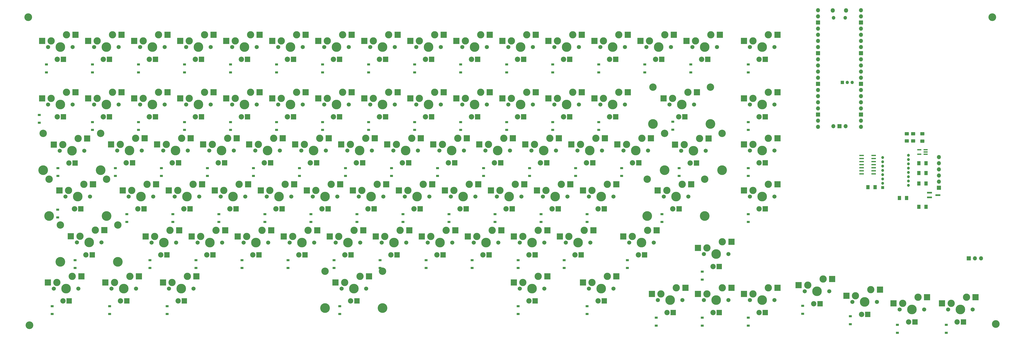
<source format=gbr>
%TF.GenerationSoftware,KiCad,Pcbnew,(6.0.10)*%
%TF.CreationDate,2023-01-18T21:24:45-08:00*%
%TF.ProjectId,OOTstag rev2,4f4f5473-7461-4672-9072-6576322e6b69,rev?*%
%TF.SameCoordinates,Original*%
%TF.FileFunction,Soldermask,Bot*%
%TF.FilePolarity,Negative*%
%FSLAX46Y46*%
G04 Gerber Fmt 4.6, Leading zero omitted, Abs format (unit mm)*
G04 Created by KiCad (PCBNEW (6.0.10)) date 2023-01-18 21:24:45*
%MOMM*%
%LPD*%
G01*
G04 APERTURE LIST*
G04 Aperture macros list*
%AMRoundRect*
0 Rectangle with rounded corners*
0 $1 Rounding radius*
0 $2 $3 $4 $5 $6 $7 $8 $9 X,Y pos of 4 corners*
0 Add a 4 corners polygon primitive as box body*
4,1,4,$2,$3,$4,$5,$6,$7,$8,$9,$2,$3,0*
0 Add four circle primitives for the rounded corners*
1,1,$1+$1,$2,$3*
1,1,$1+$1,$4,$5*
1,1,$1+$1,$6,$7*
1,1,$1+$1,$8,$9*
0 Add four rect primitives between the rounded corners*
20,1,$1+$1,$2,$3,$4,$5,0*
20,1,$1+$1,$4,$5,$6,$7,0*
20,1,$1+$1,$6,$7,$8,$9,0*
20,1,$1+$1,$8,$9,$2,$3,0*%
G04 Aperture macros list end*
%ADD10C,1.701800*%
%ADD11C,3.000000*%
%ADD12C,3.987800*%
%ADD13R,2.550000X2.500000*%
%ADD14C,2.200000*%
%ADD15R,2.200000X2.200000*%
%ADD16R,1.200000X0.900000*%
%ADD17RoundRect,0.250001X-0.462499X-0.624999X0.462499X-0.624999X0.462499X0.624999X-0.462499X0.624999X0*%
%ADD18RoundRect,0.250001X-0.624999X0.462499X-0.624999X-0.462499X0.624999X-0.462499X0.624999X0.462499X0*%
%ADD19R,1.970000X0.600000*%
%ADD20RoundRect,0.250001X0.462499X0.624999X-0.462499X0.624999X-0.462499X-0.624999X0.462499X-0.624999X0*%
%ADD21R,1.800000X0.600000*%
%ADD22R,2.000000X0.650000*%
%ADD23RoundRect,0.250001X0.624999X-0.462499X0.624999X0.462499X-0.624999X0.462499X-0.624999X-0.462499X0*%
%ADD24R,1.200000X1.200000*%
%ADD25C,1.200000*%
%ADD26C,3.050000*%
%ADD27C,4.000000*%
%ADD28R,1.350000X1.350000*%
%ADD29O,1.350000X1.350000*%
%ADD30O,1.700000X1.700000*%
%ADD31R,1.700000X1.700000*%
%ADD32O,1.500000X1.500000*%
%ADD33O,1.800000X1.800000*%
%ADD34C,3.200000*%
G04 APERTURE END LIST*
D10*
%TO.C,K67*%
X237582500Y-238422500D03*
D11*
X238852500Y-235882500D03*
X245202500Y-233342500D03*
D10*
X247742500Y-238422500D03*
D12*
X242662500Y-238422500D03*
D13*
X248952500Y-233342500D03*
X235102500Y-235882500D03*
D14*
X241367100Y-243527900D03*
D15*
X243932500Y-243527900D03*
%TD*%
D11*
%TO.C,K19*%
X145190000Y-176192500D03*
X138840000Y-178732500D03*
D10*
X137570000Y-181272500D03*
X147730000Y-181272500D03*
D12*
X142650000Y-181272500D03*
D13*
X148940000Y-176192500D03*
X135090000Y-178732500D03*
D14*
X141354600Y-186377900D03*
D15*
X143920000Y-186377900D03*
%TD*%
D16*
%TO.C,D24*%
X232100000Y-191812500D03*
X232100000Y-188512500D03*
%TD*%
%TO.C,D57*%
X303537500Y-229912500D03*
X303537500Y-226612500D03*
%TD*%
%TO.C,D4*%
X155900000Y-168000000D03*
X155900000Y-164700000D03*
%TD*%
%TO.C,D76*%
X201143750Y-268012500D03*
X201143750Y-264712500D03*
%TD*%
%TO.C,D45*%
X370212500Y-210862500D03*
X370212500Y-207562500D03*
%TD*%
%TO.C,D86*%
X392697500Y-267906250D03*
X392697500Y-264606250D03*
%TD*%
%TO.C,D18*%
X117800000Y-191812500D03*
X117800000Y-188512500D03*
%TD*%
%TO.C,D60*%
X91606250Y-248962500D03*
X91606250Y-245662500D03*
%TD*%
%TO.C,D74*%
X105893750Y-268012500D03*
X105893750Y-264712500D03*
%TD*%
%TO.C,D65*%
X198762500Y-248962500D03*
X198762500Y-245662500D03*
%TD*%
%TO.C,D39*%
X241625000Y-210862500D03*
X241625000Y-207562500D03*
%TD*%
%TO.C,D86*%
X412442900Y-272244600D03*
X412442900Y-268944600D03*
%TD*%
%TO.C,D48*%
X132087500Y-229912500D03*
X132087500Y-226612500D03*
%TD*%
%TO.C,D64*%
X179712500Y-248962500D03*
X179712500Y-245662500D03*
%TD*%
%TO.C,D9*%
X251150000Y-168000000D03*
X251150000Y-164700000D03*
%TD*%
%TO.C,D86*%
X452200000Y-275750000D03*
X452200000Y-272450000D03*
%TD*%
%TO.C,D80*%
X351162500Y-272775000D03*
X351162500Y-269475000D03*
%TD*%
%TO.C,D43*%
X317825000Y-210862500D03*
X317825000Y-207562500D03*
%TD*%
%TO.C,D68*%
X255912500Y-248962500D03*
X255912500Y-245662500D03*
%TD*%
%TO.C,D37*%
X203525000Y-210862500D03*
X203525000Y-207562500D03*
%TD*%
%TO.C,D32*%
X108275000Y-210862500D03*
X108275000Y-207562500D03*
%TD*%
%TO.C,D41*%
X279725000Y-210862500D03*
X279725000Y-207562500D03*
%TD*%
%TO.C,D28*%
X308300000Y-191812500D03*
X308300000Y-188512500D03*
%TD*%
%TO.C,D62*%
X141612500Y-248962500D03*
X141612500Y-245662500D03*
%TD*%
D17*
%TO.C,R1*%
X440856500Y-209596000D03*
X443831500Y-209596000D03*
%TD*%
D18*
%TO.C,R3*%
X438484000Y-193364500D03*
X438484000Y-196339500D03*
%TD*%
D19*
%TO.C,U4*%
X422109000Y-202342000D03*
X422109000Y-203612000D03*
X422109000Y-204882000D03*
X422109000Y-206152000D03*
X422109000Y-207422000D03*
X422109000Y-208692000D03*
X422109000Y-209962000D03*
X417159000Y-209962000D03*
X417159000Y-208692000D03*
X417159000Y-207422000D03*
X417159000Y-206152000D03*
X417159000Y-204882000D03*
X417159000Y-203612000D03*
X417159000Y-202342000D03*
%TD*%
D16*
%TO.C,D7*%
X213050000Y-168000000D03*
X213050000Y-164700000D03*
%TD*%
%TO.C,D29*%
X339000000Y-191650000D03*
X339000000Y-188350000D03*
%TD*%
D20*
%TO.C,C1*%
X443831500Y-223566000D03*
X440856500Y-223566000D03*
%TD*%
D16*
%TO.C,D23*%
X213050000Y-191812500D03*
X213050000Y-188512500D03*
%TD*%
%TO.C,D61*%
X122562500Y-248962500D03*
X122562500Y-245662500D03*
%TD*%
%TO.C,D25*%
X251150000Y-191812500D03*
X251150000Y-188512500D03*
%TD*%
D21*
%TO.C,IC1*%
X443584000Y-199952000D03*
X443584000Y-200902000D03*
X443584000Y-201852000D03*
X440984000Y-201852000D03*
X440984000Y-199952000D03*
%TD*%
D20*
%TO.C,C4*%
X443831500Y-205532000D03*
X440856500Y-205532000D03*
%TD*%
D16*
%TO.C,D40*%
X260675000Y-210862500D03*
X260675000Y-207562500D03*
%TD*%
%TO.C,D70*%
X294012500Y-248962500D03*
X294012500Y-245662500D03*
%TD*%
%TO.C,D58*%
X334493750Y-229912500D03*
X334493750Y-226612500D03*
%TD*%
%TO.C,D47*%
X113037500Y-229912500D03*
X113037500Y-226612500D03*
%TD*%
%TO.C,D69*%
X274962500Y-248962500D03*
X274962500Y-245662500D03*
%TD*%
%TO.C,D38*%
X222575000Y-210862500D03*
X222575000Y-207562500D03*
%TD*%
%TO.C,D46*%
X84400000Y-228050000D03*
X84400000Y-224750000D03*
%TD*%
%TO.C,D73*%
X82081250Y-268012500D03*
X82081250Y-264712500D03*
%TD*%
%TO.C,D59*%
X370212500Y-229912500D03*
X370212500Y-226612500D03*
%TD*%
%TO.C,D35*%
X165425000Y-210862500D03*
X165425000Y-207562500D03*
%TD*%
D22*
%TO.C,U1*%
X445274000Y-219702000D03*
X445274000Y-217802000D03*
X448694000Y-218752000D03*
%TD*%
D16*
%TO.C,D6*%
X194000000Y-168000000D03*
X194000000Y-164700000D03*
%TD*%
%TO.C,D8*%
X232100000Y-168000000D03*
X232100000Y-164700000D03*
%TD*%
%TO.C,D66*%
X217812500Y-248962500D03*
X217812500Y-245662500D03*
%TD*%
%TO.C,D63*%
X160662500Y-248962500D03*
X160662500Y-245662500D03*
%TD*%
%TO.C,D78*%
X303537500Y-268012500D03*
X303537500Y-264712500D03*
%TD*%
%TO.C,D3*%
X136850000Y-168000000D03*
X136850000Y-164700000D03*
%TD*%
%TO.C,D13*%
X327350000Y-168000000D03*
X327350000Y-164700000D03*
%TD*%
%TO.C,D12*%
X308300000Y-168000000D03*
X308300000Y-164700000D03*
%TD*%
%TO.C,D55*%
X265437500Y-229912500D03*
X265437500Y-226612500D03*
%TD*%
D20*
%TO.C,C2*%
X443831500Y-213914000D03*
X440856500Y-213914000D03*
%TD*%
D16*
%TO.C,D79*%
X332112500Y-272775000D03*
X332112500Y-269475000D03*
%TD*%
%TO.C,D50*%
X170187500Y-229912500D03*
X170187500Y-226612500D03*
%TD*%
%TO.C,D53*%
X227337500Y-229912500D03*
X227337500Y-226612500D03*
%TD*%
%TO.C,D51*%
X189237500Y-229912500D03*
X189237500Y-226612500D03*
%TD*%
%TO.C,D36*%
X184475000Y-210862500D03*
X184475000Y-207562500D03*
%TD*%
%TO.C,D54*%
X246387500Y-229912500D03*
X246387500Y-226612500D03*
%TD*%
%TO.C,D86*%
X431935400Y-275750000D03*
X431935400Y-272450000D03*
%TD*%
D17*
%TO.C,R4*%
X432746500Y-219952000D03*
X435721500Y-219952000D03*
%TD*%
D16*
%TO.C,D71*%
X320206250Y-248962500D03*
X320206250Y-245662500D03*
%TD*%
%TO.C,D77*%
X274962500Y-268012500D03*
X274962500Y-264712500D03*
%TD*%
%TO.C,D5*%
X174950000Y-168000000D03*
X174950000Y-164700000D03*
%TD*%
%TO.C,D14*%
X346400000Y-168000000D03*
X346400000Y-164700000D03*
%TD*%
%TO.C,D15*%
X370212500Y-168000000D03*
X370212500Y-164700000D03*
%TD*%
%TO.C,D42*%
X298775000Y-210862500D03*
X298775000Y-207562500D03*
%TD*%
%TO.C,D30*%
X370212500Y-191812500D03*
X370212500Y-188512500D03*
%TD*%
D23*
%TO.C,R2*%
X435834000Y-196339500D03*
X435834000Y-193364500D03*
%TD*%
D16*
%TO.C,D75*%
X129706250Y-268012500D03*
X129706250Y-264712500D03*
%TD*%
%TO.C,D31*%
X84462500Y-210862500D03*
X84462500Y-207562500D03*
%TD*%
%TO.C,D44*%
X341637500Y-210862500D03*
X341637500Y-207562500D03*
%TD*%
%TO.C,D52*%
X208287500Y-229912500D03*
X208287500Y-226612500D03*
%TD*%
%TO.C,D10*%
X270200000Y-168000000D03*
X270200000Y-164700000D03*
%TD*%
%TO.C,D34*%
X146375000Y-210862500D03*
X146375000Y-207562500D03*
%TD*%
%TO.C,D22*%
X194000000Y-191812500D03*
X194000000Y-188512500D03*
%TD*%
%TO.C,D56*%
X284487500Y-229912500D03*
X284487500Y-226612500D03*
%TD*%
%TO.C,D81*%
X370212500Y-272775000D03*
X370212500Y-269475000D03*
%TD*%
%TO.C,D26*%
X270200000Y-191812500D03*
X270200000Y-188512500D03*
%TD*%
%TO.C,D21*%
X174950000Y-191812500D03*
X174950000Y-188512500D03*
%TD*%
%TO.C,D20*%
X155900000Y-191812500D03*
X155900000Y-188512500D03*
%TD*%
%TO.C,D17*%
X98750000Y-191812500D03*
X98750000Y-188512500D03*
%TD*%
D24*
%TO.C,U2*%
X425845000Y-215620000D03*
D25*
X425845000Y-213840000D03*
X425845000Y-212060000D03*
X425845000Y-210280000D03*
X425845000Y-208500000D03*
X425845000Y-206720000D03*
X425845000Y-204940000D03*
X425845000Y-203160000D03*
X436545000Y-202270000D03*
X436545000Y-204050000D03*
X436545000Y-205830000D03*
X436545000Y-207610000D03*
X436545000Y-209390000D03*
X436545000Y-211170000D03*
X436545000Y-212950000D03*
X436545000Y-214730000D03*
%TD*%
D16*
%TO.C,D27*%
X289250000Y-191812500D03*
X289250000Y-188512500D03*
%TD*%
%TO.C,D16*%
X76800000Y-188850000D03*
X76800000Y-185550000D03*
%TD*%
D10*
%TO.C,K21*%
X185830000Y-181272500D03*
X175670000Y-181272500D03*
D12*
X180750000Y-181272500D03*
D11*
X176940000Y-178732500D03*
X183290000Y-176192500D03*
D13*
X187040000Y-176192500D03*
X173190000Y-178732500D03*
D14*
X179454600Y-186377900D03*
D15*
X182020000Y-186377900D03*
%TD*%
D11*
%TO.C,K36*%
X192815000Y-195242500D03*
D12*
X190275000Y-200322500D03*
D11*
X186465000Y-197782500D03*
D10*
X195355000Y-200322500D03*
X185195000Y-200322500D03*
D13*
X196565000Y-195242500D03*
X182715000Y-197782500D03*
D14*
X188979600Y-205427900D03*
D15*
X191545000Y-205427900D03*
%TD*%
D11*
%TO.C,K59*%
X372202500Y-216832500D03*
D10*
X370932500Y-219372500D03*
X381092500Y-219372500D03*
D12*
X376012500Y-219372500D03*
D11*
X378552500Y-214292500D03*
D13*
X382302500Y-214292500D03*
X368452500Y-216832500D03*
D14*
X374717100Y-224477900D03*
D15*
X377282500Y-224477900D03*
%TD*%
D16*
%TO.C,D67*%
X236862500Y-248962500D03*
X236862500Y-245662500D03*
%TD*%
%TO.C,D33*%
X127325000Y-210862500D03*
X127325000Y-207562500D03*
%TD*%
%TO.C,D2*%
X117800000Y-168000000D03*
X117800000Y-164700000D03*
%TD*%
%TO.C,D19*%
X136850000Y-191812500D03*
X136850000Y-188512500D03*
%TD*%
%TO.C,D49*%
X151137500Y-229912500D03*
X151137500Y-226612500D03*
%TD*%
%TO.C,D1*%
X98750000Y-168000000D03*
X98750000Y-164700000D03*
%TD*%
D10*
%TO.C,K30*%
X381092500Y-181272500D03*
D11*
X378552500Y-176192500D03*
D12*
X376012500Y-181272500D03*
D11*
X372202500Y-178732500D03*
D10*
X370932500Y-181272500D03*
D13*
X382302500Y-176192500D03*
X368452500Y-178732500D03*
D14*
X374717100Y-186377900D03*
D15*
X377282500Y-186377900D03*
%TD*%
D16*
%TO.C,D72*%
X351162500Y-253725000D03*
X351162500Y-250425000D03*
%TD*%
D20*
%TO.C,C3*%
X422749500Y-215438000D03*
X419774500Y-215438000D03*
%TD*%
D16*
%TO.C,D11*%
X289250000Y-168000000D03*
X289250000Y-164700000D03*
%TD*%
%TO.C,D0*%
X79700000Y-168000000D03*
X79700000Y-164700000D03*
%TD*%
D12*
%TO.C,K28*%
X314100000Y-181272500D03*
D11*
X310290000Y-178732500D03*
D10*
X319180000Y-181272500D03*
X309020000Y-181272500D03*
D11*
X316640000Y-176192500D03*
D13*
X320390000Y-176192500D03*
X306540000Y-178732500D03*
D14*
X312804600Y-186377900D03*
D15*
X315370000Y-186377900D03*
%TD*%
D23*
%TO.C,C5*%
X442284000Y-196389500D03*
X442284000Y-193414500D03*
%TD*%
D10*
%TO.C,K54*%
X257267500Y-219372500D03*
D11*
X254727500Y-214292500D03*
D10*
X247107500Y-219372500D03*
D11*
X248377500Y-216832500D03*
D12*
X252187500Y-219372500D03*
D13*
X258477500Y-214292500D03*
X244627500Y-216832500D03*
D14*
X250892100Y-224477900D03*
D15*
X253457500Y-224477900D03*
%TD*%
D11*
%TO.C,K71*%
X328546250Y-233342500D03*
X322196250Y-235882500D03*
D12*
X326006250Y-238422500D03*
D10*
X331086250Y-238422500D03*
X320926250Y-238422500D03*
D13*
X332296250Y-233342500D03*
X318446250Y-235882500D03*
D14*
X324710850Y-243527900D03*
D15*
X327276250Y-243527900D03*
%TD*%
D12*
%TO.C,K78*%
X309337500Y-257472500D03*
D10*
X314417500Y-257472500D03*
D11*
X305527500Y-254932500D03*
X311877500Y-252392500D03*
D10*
X304257500Y-257472500D03*
D13*
X315627500Y-252392500D03*
X301777500Y-254932500D03*
D14*
X308042100Y-262577900D03*
D15*
X310607500Y-262577900D03*
%TD*%
D10*
%TO.C,K74*%
X116773750Y-257472500D03*
D11*
X114233750Y-252392500D03*
X107883750Y-254932500D03*
D12*
X111693750Y-257472500D03*
D10*
X106613750Y-257472500D03*
D13*
X117983750Y-252392500D03*
X104133750Y-254932500D03*
D14*
X110398350Y-262577900D03*
D15*
X112963750Y-262577900D03*
%TD*%
D11*
%TO.C,K53*%
X235677500Y-214292500D03*
X229327500Y-216832500D03*
D10*
X238217500Y-219372500D03*
X228057500Y-219372500D03*
D12*
X233137500Y-219372500D03*
D13*
X239427500Y-214292500D03*
X225577500Y-216832500D03*
D14*
X231842100Y-224477900D03*
D15*
X234407500Y-224477900D03*
%TD*%
D11*
%TO.C,K9*%
X253140000Y-154920000D03*
X259490000Y-152380000D03*
D10*
X251870000Y-157460000D03*
X262030000Y-157460000D03*
D12*
X256950000Y-157460000D03*
D13*
X263240000Y-152380000D03*
X249390000Y-154920000D03*
D14*
X255654600Y-162565400D03*
D15*
X258220000Y-162565400D03*
%TD*%
D12*
%TO.C,K76*%
X340300300Y-219368200D03*
D11*
X342840300Y-214288200D03*
D10*
X335220300Y-219368200D03*
D26*
X328387500Y-212180000D03*
X352187500Y-212180000D03*
D10*
X345380300Y-219368200D03*
D27*
X352187500Y-227420000D03*
X328387500Y-227420000D03*
D11*
X336490300Y-216828200D03*
D13*
X346590300Y-214288200D03*
X332740300Y-216828200D03*
D14*
X339004900Y-224473600D03*
D15*
X341570300Y-224473600D03*
%TD*%
D10*
%TO.C,MX_NUM6*%
X432850000Y-266140000D03*
D11*
X434120000Y-263600000D03*
D12*
X437930000Y-266140000D03*
D11*
X440470000Y-261060000D03*
D10*
X443010000Y-266140000D03*
D13*
X444220000Y-261060000D03*
X430370000Y-263600000D03*
D14*
X436634600Y-271245400D03*
D15*
X439200000Y-271245400D03*
%TD*%
D10*
%TO.C,K76*%
X97780300Y-219368200D03*
D11*
X88890300Y-216828200D03*
D27*
X80787500Y-227420000D03*
D26*
X104587500Y-212180000D03*
D12*
X92700300Y-219368200D03*
D26*
X80787500Y-212180000D03*
D27*
X104587500Y-227420000D03*
D11*
X95240300Y-214288200D03*
D10*
X87620300Y-219368200D03*
D13*
X98990300Y-214288200D03*
X85140300Y-216828200D03*
D14*
X91404900Y-224473600D03*
D15*
X93970300Y-224473600D03*
%TD*%
D11*
%TO.C,K72*%
X353152500Y-240645000D03*
D10*
X351882500Y-243185000D03*
X362042500Y-243185000D03*
D11*
X359502500Y-238105000D03*
D12*
X356962500Y-243185000D03*
D13*
X363252500Y-238105000D03*
X349402500Y-240645000D03*
D14*
X355667100Y-248290400D03*
D15*
X358232500Y-248290400D03*
%TD*%
D10*
%TO.C,K65*%
X209642500Y-238422500D03*
D11*
X200752500Y-235882500D03*
D10*
X199482500Y-238422500D03*
D11*
X207102500Y-233342500D03*
D12*
X204562500Y-238422500D03*
D13*
X210852500Y-233342500D03*
X197002500Y-235882500D03*
D14*
X203267100Y-243527900D03*
D15*
X205832500Y-243527900D03*
%TD*%
D11*
%TO.C,K57*%
X305527500Y-216832500D03*
X311877500Y-214292500D03*
D10*
X314417500Y-219372500D03*
D12*
X309337500Y-219372500D03*
D10*
X304257500Y-219372500D03*
D13*
X315627500Y-214292500D03*
X301777500Y-216832500D03*
D14*
X308042100Y-224477900D03*
D15*
X310607500Y-224477900D03*
%TD*%
D11*
%TO.C,K52*%
X210277500Y-216832500D03*
D10*
X209007500Y-219372500D03*
X219167500Y-219372500D03*
D12*
X214087500Y-219372500D03*
D11*
X216627500Y-214292500D03*
D13*
X220377500Y-214292500D03*
X206527500Y-216832500D03*
D14*
X212792100Y-224477900D03*
D15*
X215357500Y-224477900D03*
%TD*%
D11*
%TO.C,K70*%
X302352500Y-233342500D03*
D10*
X304892500Y-238422500D03*
X294732500Y-238422500D03*
D11*
X296002500Y-235882500D03*
D12*
X299812500Y-238422500D03*
D13*
X306102500Y-233342500D03*
X292252500Y-235882500D03*
D14*
X298517100Y-243527900D03*
D15*
X301082500Y-243527900D03*
%TD*%
D11*
%TO.C,K12*%
X316640000Y-152380000D03*
D10*
X309020000Y-157460000D03*
X319180000Y-157460000D03*
D12*
X314100000Y-157460000D03*
D11*
X310290000Y-154920000D03*
D13*
X320390000Y-152380000D03*
X306540000Y-154920000D03*
D14*
X312804600Y-162565400D03*
D15*
X315370000Y-162565400D03*
%TD*%
D28*
%TO.C,REF\u002A\u002A*%
X409200000Y-172100000D03*
D29*
X411200000Y-172100000D03*
X413200000Y-172100000D03*
%TD*%
D10*
%TO.C,K43*%
X318545000Y-200322500D03*
D11*
X326165000Y-195242500D03*
X319815000Y-197782500D03*
D10*
X328705000Y-200322500D03*
D12*
X323625000Y-200322500D03*
D13*
X329915000Y-195242500D03*
X316065000Y-197782500D03*
D14*
X322329600Y-205427900D03*
D15*
X324895000Y-205427900D03*
%TD*%
D11*
%TO.C,K40*%
X262665000Y-197782500D03*
D10*
X261395000Y-200322500D03*
D11*
X269015000Y-195242500D03*
D12*
X266475000Y-200322500D03*
D10*
X271555000Y-200322500D03*
D13*
X272765000Y-195242500D03*
X258915000Y-197782500D03*
D14*
X265179600Y-205427900D03*
D15*
X267745000Y-205427900D03*
%TD*%
D11*
%TO.C,K27*%
X291240000Y-178732500D03*
D10*
X300130000Y-181272500D03*
X289970000Y-181272500D03*
D12*
X295050000Y-181272500D03*
D11*
X297590000Y-176192500D03*
D13*
X301340000Y-176192500D03*
X287490000Y-178732500D03*
D14*
X293754600Y-186377900D03*
D15*
X296320000Y-186377900D03*
%TD*%
D11*
%TO.C,K42*%
X300765000Y-197782500D03*
D10*
X299495000Y-200322500D03*
D12*
X304575000Y-200322500D03*
D10*
X309655000Y-200322500D03*
D11*
X307115000Y-195242500D03*
D13*
X310865000Y-195242500D03*
X297015000Y-197782500D03*
D14*
X303279600Y-205427900D03*
D15*
X305845000Y-205427900D03*
%TD*%
D30*
%TO.C,J1*%
X449109000Y-203002000D03*
X449109000Y-205542000D03*
X449109000Y-208082000D03*
X449109000Y-210622000D03*
X449109000Y-213162000D03*
D31*
X449109000Y-215702000D03*
%TD*%
D10*
%TO.C,K22*%
X204880000Y-181272500D03*
D11*
X195990000Y-178732500D03*
X202340000Y-176192500D03*
D10*
X194720000Y-181272500D03*
D12*
X199800000Y-181272500D03*
D13*
X206090000Y-176192500D03*
X192240000Y-178732500D03*
D14*
X198504600Y-186377900D03*
D15*
X201070000Y-186377900D03*
%TD*%
D11*
%TO.C,K10*%
X272190000Y-154920000D03*
D10*
X281080000Y-157460000D03*
D12*
X276000000Y-157460000D03*
D11*
X278540000Y-152380000D03*
D10*
X270920000Y-157460000D03*
D13*
X282290000Y-152380000D03*
X268440000Y-154920000D03*
D14*
X274704600Y-162565400D03*
D15*
X277270000Y-162565400D03*
%TD*%
D11*
%TO.C,K35*%
X167415000Y-197782500D03*
D10*
X176305000Y-200322500D03*
D11*
X173765000Y-195242500D03*
D12*
X171225000Y-200322500D03*
D10*
X166145000Y-200322500D03*
D13*
X177515000Y-195242500D03*
X163665000Y-197782500D03*
D14*
X169929600Y-205427900D03*
D15*
X172495000Y-205427900D03*
%TD*%
D11*
%TO.C,K14*%
X354740000Y-152380000D03*
D12*
X352200000Y-157460000D03*
D11*
X348390000Y-154920000D03*
D10*
X357280000Y-157460000D03*
X347120000Y-157460000D03*
D13*
X358490000Y-152380000D03*
X344640000Y-154920000D03*
D14*
X350904600Y-162565400D03*
D15*
X353470000Y-162565400D03*
%TD*%
D11*
%TO.C,K2*%
X119790000Y-154920000D03*
D10*
X118520000Y-157460000D03*
D12*
X123600000Y-157460000D03*
D11*
X126140000Y-152380000D03*
D10*
X128680000Y-157460000D03*
D13*
X129890000Y-152380000D03*
X116040000Y-154920000D03*
D14*
X122304600Y-162565400D03*
D15*
X124870000Y-162565400D03*
%TD*%
D10*
%TO.C,K80*%
X351882500Y-262235000D03*
D11*
X353152500Y-259695000D03*
D10*
X362042500Y-262235000D03*
D11*
X359502500Y-257155000D03*
D12*
X356962500Y-262235000D03*
D13*
X363252500Y-257155000D03*
X349402500Y-259695000D03*
D14*
X355667100Y-267340400D03*
D15*
X358232500Y-267340400D03*
%TD*%
D11*
%TO.C,K32*%
X116615000Y-195242500D03*
D10*
X108995000Y-200322500D03*
D11*
X110265000Y-197782500D03*
D12*
X114075000Y-200322500D03*
D10*
X119155000Y-200322500D03*
D13*
X120365000Y-195242500D03*
X106515000Y-197782500D03*
D14*
X112779600Y-205427900D03*
D15*
X115345000Y-205427900D03*
%TD*%
D12*
%TO.C,MX_NUM5*%
X418430000Y-262994600D03*
D10*
X413350000Y-262994600D03*
X423510000Y-262994600D03*
D11*
X414620000Y-260454600D03*
X420970000Y-257914600D03*
D13*
X424720000Y-257914600D03*
X410870000Y-260454600D03*
D14*
X417134600Y-268100000D03*
D15*
X419700000Y-268100000D03*
%TD*%
D11*
%TO.C,K68*%
X264252500Y-233342500D03*
X257902500Y-235882500D03*
D10*
X256632500Y-238422500D03*
X266792500Y-238422500D03*
D12*
X261712500Y-238422500D03*
D13*
X268002500Y-233342500D03*
X254152500Y-235882500D03*
D14*
X260417100Y-243527900D03*
D15*
X262982500Y-243527900D03*
%TD*%
D10*
%TO.C,MX_NUM4*%
X393554600Y-258600000D03*
D12*
X398634600Y-258600000D03*
D11*
X394824600Y-256060000D03*
X401174600Y-253520000D03*
D10*
X403714600Y-258600000D03*
D13*
X404924600Y-253520000D03*
X391074600Y-256060000D03*
D14*
X397339200Y-263705400D03*
D15*
X399904600Y-263705400D03*
%TD*%
D10*
%TO.C,K6*%
X204880000Y-157460000D03*
D12*
X199800000Y-157460000D03*
D11*
X195990000Y-154920000D03*
D10*
X194720000Y-157460000D03*
D11*
X202340000Y-152380000D03*
D13*
X206090000Y-152380000D03*
X192240000Y-154920000D03*
D14*
X198504600Y-162565400D03*
D15*
X201070000Y-162565400D03*
%TD*%
D12*
%TO.C,K13*%
X333150000Y-157460000D03*
D11*
X335690000Y-152380000D03*
D10*
X338230000Y-157460000D03*
D11*
X329340000Y-154920000D03*
D10*
X328070000Y-157460000D03*
D13*
X339440000Y-152380000D03*
X325590000Y-154920000D03*
D14*
X331854600Y-162565400D03*
D15*
X334420000Y-162565400D03*
%TD*%
D11*
%TO.C,K47*%
X121377500Y-214292500D03*
D10*
X123917500Y-219372500D03*
X113757500Y-219372500D03*
D11*
X115027500Y-216832500D03*
D12*
X118837500Y-219372500D03*
D13*
X125127500Y-214292500D03*
X111277500Y-216832500D03*
D14*
X117542100Y-224477900D03*
D15*
X120107500Y-224477900D03*
%TD*%
D10*
%TO.C,K77*%
X275682500Y-257472500D03*
D11*
X283302500Y-252392500D03*
D12*
X280762500Y-257472500D03*
D10*
X285842500Y-257472500D03*
D11*
X276952500Y-254932500D03*
D13*
X287052500Y-252392500D03*
X273202500Y-254932500D03*
D14*
X279467100Y-262577900D03*
D15*
X282032500Y-262577900D03*
%TD*%
D12*
%TO.C,K33*%
X133125000Y-200322500D03*
D11*
X135665000Y-195242500D03*
D10*
X138205000Y-200322500D03*
D11*
X129315000Y-197782500D03*
D10*
X128045000Y-200322500D03*
D13*
X139415000Y-195242500D03*
X125565000Y-197782500D03*
D14*
X131829600Y-205427900D03*
D15*
X134395000Y-205427900D03*
%TD*%
D11*
%TO.C,K24*%
X234090000Y-178732500D03*
D12*
X237900000Y-181272500D03*
D10*
X242980000Y-181272500D03*
D11*
X240440000Y-176192500D03*
D10*
X232820000Y-181272500D03*
D13*
X244190000Y-176192500D03*
X230340000Y-178732500D03*
D14*
X236604600Y-186377900D03*
D15*
X239170000Y-186377900D03*
%TD*%
D11*
%TO.C,K63*%
X162652500Y-235882500D03*
D10*
X161382500Y-238422500D03*
D12*
X166462500Y-238422500D03*
D11*
X169002500Y-233342500D03*
D10*
X171542500Y-238422500D03*
D13*
X172752500Y-233342500D03*
X158902500Y-235882500D03*
D14*
X165167100Y-243527900D03*
D15*
X167732500Y-243527900D03*
%TD*%
D10*
%TO.C,K11*%
X289970000Y-157460000D03*
D11*
X297590000Y-152380000D03*
X291240000Y-154920000D03*
D12*
X295050000Y-157460000D03*
D10*
X300130000Y-157460000D03*
D13*
X301340000Y-152380000D03*
X287490000Y-154920000D03*
D14*
X293754600Y-162565400D03*
D15*
X296320000Y-162565400D03*
%TD*%
D10*
%TO.C,K20*%
X156620000Y-181272500D03*
D12*
X161700000Y-181272500D03*
D11*
X157890000Y-178732500D03*
X164240000Y-176192500D03*
D10*
X166780000Y-181272500D03*
D13*
X167990000Y-176192500D03*
X154140000Y-178732500D03*
D14*
X160404600Y-186377900D03*
D15*
X162970000Y-186377900D03*
%TD*%
D11*
%TO.C,K1*%
X100740000Y-154920000D03*
D10*
X99470000Y-157460000D03*
D12*
X104550000Y-157460000D03*
D11*
X107090000Y-152380000D03*
D10*
X109630000Y-157460000D03*
D13*
X110840000Y-152380000D03*
X96990000Y-154920000D03*
D14*
X103254600Y-162565400D03*
D15*
X105820000Y-162565400D03*
%TD*%
D10*
%TO.C,K69*%
X275682500Y-238422500D03*
D12*
X280762500Y-238422500D03*
D11*
X276952500Y-235882500D03*
X283302500Y-233342500D03*
D10*
X285842500Y-238422500D03*
D13*
X287052500Y-233342500D03*
X273202500Y-235882500D03*
D14*
X279467100Y-243527900D03*
D15*
X282032500Y-243527900D03*
%TD*%
D11*
%TO.C,K62*%
X149952500Y-233342500D03*
X143602500Y-235882500D03*
D10*
X142332500Y-238422500D03*
X152492500Y-238422500D03*
D12*
X147412500Y-238422500D03*
D13*
X153702500Y-233342500D03*
X139852500Y-235882500D03*
D14*
X146117100Y-243527900D03*
D15*
X148682500Y-243527900D03*
%TD*%
D11*
%TO.C,K3*%
X138840000Y-154920000D03*
D10*
X137570000Y-157460000D03*
D11*
X145190000Y-152380000D03*
D10*
X147730000Y-157460000D03*
D12*
X142650000Y-157460000D03*
D13*
X148940000Y-152380000D03*
X135090000Y-154920000D03*
D14*
X141354600Y-162565400D03*
D15*
X143920000Y-162565400D03*
%TD*%
D11*
%TO.C,K41*%
X281715000Y-197782500D03*
D12*
X285525000Y-200322500D03*
D10*
X290605000Y-200322500D03*
D11*
X288065000Y-195242500D03*
D10*
X280445000Y-200322500D03*
D13*
X291815000Y-195242500D03*
X277965000Y-197782500D03*
D14*
X284229600Y-205427900D03*
D15*
X286795000Y-205427900D03*
%TD*%
D11*
%TO.C,K56*%
X292827500Y-214292500D03*
X286477500Y-216832500D03*
D10*
X285207500Y-219372500D03*
X295367500Y-219372500D03*
D12*
X290287500Y-219372500D03*
D13*
X296577500Y-214292500D03*
X282727500Y-216832500D03*
D14*
X288992100Y-224477900D03*
D15*
X291557500Y-224477900D03*
%TD*%
D12*
%TO.C,K7*%
X218850000Y-157460000D03*
D11*
X221390000Y-152380000D03*
X215040000Y-154920000D03*
D10*
X213770000Y-157460000D03*
X223930000Y-157460000D03*
D13*
X225140000Y-152380000D03*
X211290000Y-154920000D03*
D14*
X217554600Y-162565400D03*
D15*
X220120000Y-162565400D03*
%TD*%
D12*
%TO.C,K76*%
X347500300Y-200368200D03*
D27*
X335587500Y-208420000D03*
D10*
X352580300Y-200368200D03*
D11*
X343690300Y-197828200D03*
D26*
X359387500Y-193180000D03*
D10*
X342420300Y-200368200D03*
D27*
X359387500Y-208420000D03*
D26*
X335587500Y-193180000D03*
D11*
X350040300Y-195288200D03*
D13*
X353790300Y-195288200D03*
X339940300Y-197828200D03*
D14*
X346204900Y-205473600D03*
D15*
X348770300Y-205473600D03*
%TD*%
D11*
%TO.C,K46*%
X88833750Y-216832500D03*
D12*
X92643750Y-219372500D03*
D11*
X95183750Y-214292500D03*
D10*
X97723750Y-219372500D03*
X87563750Y-219372500D03*
D13*
X98933750Y-214292500D03*
X85083750Y-216832500D03*
D14*
X91348350Y-224477900D03*
D15*
X93913750Y-224477900D03*
%TD*%
D10*
%TO.C,K50*%
X181067500Y-219372500D03*
D11*
X172177500Y-216832500D03*
X178527500Y-214292500D03*
D12*
X175987500Y-219372500D03*
D10*
X170907500Y-219372500D03*
D13*
X182277500Y-214292500D03*
X168427500Y-216832500D03*
D14*
X174692100Y-224477900D03*
D15*
X177257500Y-224477900D03*
%TD*%
D10*
%TO.C,K79*%
X342992500Y-262235000D03*
D11*
X340452500Y-257155000D03*
D10*
X332832500Y-262235000D03*
D11*
X334102500Y-259695000D03*
D12*
X337912500Y-262235000D03*
D13*
X344202500Y-257155000D03*
X330352500Y-259695000D03*
D14*
X336617100Y-267340400D03*
D15*
X339182500Y-267340400D03*
%TD*%
D27*
%TO.C,K76*%
X354587500Y-189320000D03*
D10*
X347780300Y-181268200D03*
D26*
X354587500Y-174080000D03*
X330787500Y-174080000D03*
D11*
X345240300Y-176188200D03*
D27*
X330787500Y-189320000D03*
D11*
X338890300Y-178728200D03*
D10*
X337620300Y-181268200D03*
D12*
X342700300Y-181268200D03*
D13*
X348990300Y-176188200D03*
X335140300Y-178728200D03*
D14*
X341404900Y-186373600D03*
D15*
X343970300Y-186373600D03*
%TD*%
D11*
%TO.C,K18*%
X126140000Y-176192500D03*
X119790000Y-178732500D03*
D12*
X123600000Y-181272500D03*
D10*
X118520000Y-181272500D03*
X128680000Y-181272500D03*
D13*
X129890000Y-176192500D03*
X116040000Y-178732500D03*
D14*
X122304600Y-186377900D03*
D15*
X124870000Y-186377900D03*
%TD*%
D11*
%TO.C,K61*%
X130902500Y-233342500D03*
D12*
X128362500Y-238422500D03*
D10*
X133442500Y-238422500D03*
X123282500Y-238422500D03*
D11*
X124552500Y-235882500D03*
D13*
X134652500Y-233342500D03*
X120802500Y-235882500D03*
D14*
X127067100Y-243527900D03*
D15*
X129632500Y-243527900D03*
%TD*%
D10*
%TO.C,K25*%
X262030000Y-181272500D03*
X251870000Y-181272500D03*
D12*
X256950000Y-181272500D03*
D11*
X259490000Y-176192500D03*
X253140000Y-178732500D03*
D13*
X263240000Y-176192500D03*
X249390000Y-178732500D03*
D14*
X255654600Y-186377900D03*
D15*
X258220000Y-186377900D03*
%TD*%
D27*
%TO.C,K76*%
X195030950Y-265524300D03*
D10*
X201863750Y-257472500D03*
D26*
X195030950Y-250284300D03*
D12*
X206943750Y-257472500D03*
D11*
X203133750Y-254932500D03*
D27*
X218830950Y-265524300D03*
D11*
X209483750Y-252392500D03*
D10*
X212023750Y-257472500D03*
D26*
X218830950Y-250284300D03*
D13*
X213233750Y-252392500D03*
X199383750Y-254932500D03*
D14*
X205648350Y-262577900D03*
D15*
X208213750Y-262577900D03*
%TD*%
D11*
%TO.C,K51*%
X191227500Y-216832500D03*
D12*
X195037500Y-219372500D03*
D10*
X200117500Y-219372500D03*
X189957500Y-219372500D03*
D11*
X197577500Y-214292500D03*
D13*
X201327500Y-214292500D03*
X187477500Y-216832500D03*
D14*
X193742100Y-224477900D03*
D15*
X196307500Y-224477900D03*
%TD*%
D11*
%TO.C,K15*%
X378552500Y-152380000D03*
X372202500Y-154920000D03*
D10*
X381092500Y-157460000D03*
D12*
X376012500Y-157460000D03*
D10*
X370932500Y-157460000D03*
D13*
X382302500Y-152380000D03*
X368452500Y-154920000D03*
D14*
X374717100Y-162565400D03*
D15*
X377282500Y-162565400D03*
%TD*%
D11*
%TO.C,K16*%
X88040000Y-176192500D03*
X81690000Y-178732500D03*
D10*
X90580000Y-181272500D03*
D12*
X85500000Y-181272500D03*
D10*
X80420000Y-181272500D03*
D13*
X91790000Y-176192500D03*
X77940000Y-178732500D03*
D14*
X84204600Y-186377900D03*
D15*
X86770000Y-186377900D03*
%TD*%
D11*
%TO.C,K45*%
X372202500Y-197782500D03*
X378552500Y-195242500D03*
D10*
X370932500Y-200322500D03*
D12*
X376012500Y-200322500D03*
D10*
X381092500Y-200322500D03*
D13*
X382302500Y-195242500D03*
X368452500Y-197782500D03*
D14*
X374717100Y-205427900D03*
D15*
X377282500Y-205427900D03*
%TD*%
D10*
%TO.C,K26*%
X281080000Y-181272500D03*
D12*
X276000000Y-181272500D03*
D11*
X278540000Y-176192500D03*
D10*
X270920000Y-181272500D03*
D11*
X272190000Y-178732500D03*
D13*
X282290000Y-176192500D03*
X268440000Y-178732500D03*
D14*
X274704600Y-186377900D03*
D15*
X277270000Y-186377900D03*
%TD*%
D10*
%TO.C,K48*%
X142967500Y-219372500D03*
D12*
X137887500Y-219372500D03*
D11*
X134077500Y-216832500D03*
X140427500Y-214292500D03*
D10*
X132807500Y-219372500D03*
D13*
X144177500Y-214292500D03*
X130327500Y-216832500D03*
D14*
X136592100Y-224477900D03*
D15*
X139157500Y-224477900D03*
%TD*%
D27*
%TO.C,K76*%
X78387500Y-208420000D03*
D12*
X90300300Y-200368200D03*
D10*
X95380300Y-200368200D03*
D11*
X86490300Y-197828200D03*
D27*
X102187500Y-208420000D03*
D26*
X102187500Y-193180000D03*
D10*
X85220300Y-200368200D03*
D11*
X92840300Y-195288200D03*
D26*
X78387500Y-193180000D03*
D13*
X96590300Y-195288200D03*
X82740300Y-197828200D03*
D14*
X89004900Y-205473600D03*
D15*
X91570300Y-205473600D03*
%TD*%
D31*
%TO.C,REF\u002A\u002A*%
X461457011Y-244983012D03*
D30*
X463997011Y-244983012D03*
X466537011Y-244983012D03*
%TD*%
D10*
%TO.C,K17*%
X99470000Y-181272500D03*
X109630000Y-181272500D03*
D12*
X104550000Y-181272500D03*
D11*
X100740000Y-178732500D03*
X107090000Y-176192500D03*
D13*
X110840000Y-176192500D03*
X96990000Y-178732500D03*
D14*
X103254600Y-186377900D03*
D15*
X105820000Y-186377900D03*
%TD*%
D10*
%TO.C,K73*%
X82801250Y-257472500D03*
D12*
X87881250Y-257472500D03*
D11*
X90421250Y-252392500D03*
X84071250Y-254932500D03*
D10*
X92961250Y-257472500D03*
D13*
X94171250Y-252392500D03*
X80321250Y-254932500D03*
D14*
X86585850Y-262577900D03*
D15*
X89151250Y-262577900D03*
%TD*%
D12*
%TO.C,K8*%
X237900000Y-157460000D03*
D11*
X240440000Y-152380000D03*
X234090000Y-154920000D03*
D10*
X232820000Y-157460000D03*
X242980000Y-157460000D03*
D13*
X244190000Y-152380000D03*
X230340000Y-154920000D03*
D14*
X236604600Y-162565400D03*
D15*
X239170000Y-162565400D03*
%TD*%
D10*
%TO.C,MX_NUM7*%
X452914600Y-266140000D03*
X463074600Y-266140000D03*
D12*
X457994600Y-266140000D03*
D11*
X460534600Y-261060000D03*
X454184600Y-263600000D03*
D13*
X464284600Y-261060000D03*
X450434600Y-263600000D03*
D14*
X456699200Y-271245400D03*
D15*
X459264600Y-271245400D03*
%TD*%
D11*
%TO.C,K38*%
X224565000Y-197782500D03*
D10*
X233455000Y-200322500D03*
D12*
X228375000Y-200322500D03*
D11*
X230915000Y-195242500D03*
D10*
X223295000Y-200322500D03*
D13*
X234665000Y-195242500D03*
X220815000Y-197782500D03*
D14*
X227079600Y-205427900D03*
D15*
X229645000Y-205427900D03*
%TD*%
D32*
%TO.C,REF\u002A\u002A*%
X405525000Y-145380000D03*
D33*
X410675000Y-142350000D03*
D32*
X410375000Y-145380000D03*
D33*
X405225000Y-142350000D03*
D30*
X399060000Y-142220000D03*
X399060000Y-144760000D03*
D31*
X399060000Y-147300000D03*
D30*
X399060000Y-149840000D03*
X399060000Y-152380000D03*
X399060000Y-154920000D03*
X399060000Y-157460000D03*
D31*
X399060000Y-160000000D03*
D30*
X399060000Y-162540000D03*
X399060000Y-165080000D03*
X399060000Y-167620000D03*
X399060000Y-170160000D03*
D31*
X399060000Y-172700000D03*
D30*
X399060000Y-175240000D03*
X399060000Y-177780000D03*
X399060000Y-180320000D03*
X399060000Y-182860000D03*
D31*
X399060000Y-185400000D03*
D30*
X399060000Y-187940000D03*
X399060000Y-190480000D03*
X416840000Y-190480000D03*
X416840000Y-187940000D03*
D31*
X416840000Y-185400000D03*
D30*
X416840000Y-182860000D03*
X416840000Y-180320000D03*
X416840000Y-177780000D03*
X416840000Y-175240000D03*
D31*
X416840000Y-172700000D03*
D30*
X416840000Y-170160000D03*
X416840000Y-167620000D03*
X416840000Y-165080000D03*
X416840000Y-162540000D03*
D31*
X416840000Y-160000000D03*
D30*
X416840000Y-157460000D03*
X416840000Y-154920000D03*
X416840000Y-152380000D03*
X416840000Y-149840000D03*
D31*
X416840000Y-147300000D03*
D30*
X416840000Y-144760000D03*
X416840000Y-142220000D03*
X405410000Y-190250000D03*
D31*
X407950000Y-190250000D03*
D30*
X410490000Y-190250000D03*
%TD*%
D11*
%TO.C,K49*%
X153127500Y-216832500D03*
D12*
X156937500Y-219372500D03*
D11*
X159477500Y-214292500D03*
D10*
X162017500Y-219372500D03*
X151857500Y-219372500D03*
D13*
X163227500Y-214292500D03*
X149377500Y-216832500D03*
D14*
X155642100Y-224477900D03*
D15*
X158207500Y-224477900D03*
%TD*%
D10*
%TO.C,K37*%
X204245000Y-200322500D03*
X214405000Y-200322500D03*
D11*
X205515000Y-197782500D03*
D12*
X209325000Y-200322500D03*
D11*
X211865000Y-195242500D03*
D13*
X215615000Y-195242500D03*
X201765000Y-197782500D03*
D14*
X208029600Y-205427900D03*
D15*
X210595000Y-205427900D03*
%TD*%
D11*
%TO.C,K0*%
X88040000Y-152380000D03*
D10*
X90580000Y-157460000D03*
X80420000Y-157460000D03*
D11*
X81690000Y-154920000D03*
D12*
X85500000Y-157460000D03*
D13*
X91790000Y-152380000D03*
X77940000Y-154920000D03*
D14*
X84204600Y-162565400D03*
D15*
X86770000Y-162565400D03*
%TD*%
D11*
%TO.C,K64*%
X181702500Y-235882500D03*
D10*
X180432500Y-238422500D03*
D11*
X188052500Y-233342500D03*
D12*
X185512500Y-238422500D03*
D10*
X190592500Y-238422500D03*
D13*
X191802500Y-233342500D03*
X177952500Y-235882500D03*
D14*
X184217100Y-243527900D03*
D15*
X186782500Y-243527900D03*
%TD*%
D10*
%TO.C,K5*%
X185830000Y-157460000D03*
D11*
X183290000Y-152380000D03*
X176940000Y-154920000D03*
D10*
X175670000Y-157460000D03*
D12*
X180750000Y-157460000D03*
D13*
X187040000Y-152380000D03*
X173190000Y-154920000D03*
D14*
X179454600Y-162565400D03*
D15*
X182020000Y-162565400D03*
%TD*%
D11*
%TO.C,K81*%
X372202500Y-259695000D03*
D10*
X370932500Y-262235000D03*
D12*
X376012500Y-262235000D03*
D11*
X378552500Y-257155000D03*
D10*
X381092500Y-262235000D03*
D13*
X382302500Y-257155000D03*
X368452500Y-259695000D03*
D14*
X374717100Y-267340400D03*
D15*
X377282500Y-267340400D03*
%TD*%
D11*
%TO.C,K4*%
X157890000Y-154920000D03*
X164240000Y-152380000D03*
D12*
X161700000Y-157460000D03*
D10*
X166780000Y-157460000D03*
X156620000Y-157460000D03*
D13*
X167990000Y-152380000D03*
X154140000Y-154920000D03*
D14*
X160404600Y-162565400D03*
D15*
X162970000Y-162565400D03*
%TD*%
D34*
%TO.C,H1*%
X72200000Y-145100000D03*
%TD*%
%TO.C,H4*%
X472700000Y-272100000D03*
%TD*%
%TO.C,H3*%
X72700000Y-272600000D03*
%TD*%
%TO.C,H2*%
X471200000Y-145100000D03*
%TD*%
D12*
%TO.C,K66*%
X223612500Y-238422500D03*
D10*
X228692500Y-238422500D03*
D11*
X219802500Y-235882500D03*
D10*
X218532500Y-238422500D03*
D11*
X226152500Y-233342500D03*
D13*
X229902500Y-233342500D03*
X216052500Y-235882500D03*
D14*
X222317100Y-243527900D03*
D15*
X224882500Y-243527900D03*
%TD*%
D11*
%TO.C,K76*%
X93590300Y-235828200D03*
D10*
X92320300Y-238368200D03*
X102480300Y-238368200D03*
D26*
X109287500Y-231180000D03*
D27*
X109287500Y-246420000D03*
D12*
X97400300Y-238368200D03*
D27*
X85487500Y-246420000D03*
D26*
X85487500Y-231180000D03*
D11*
X99940300Y-233288200D03*
D13*
X103690300Y-233288200D03*
X89840300Y-235828200D03*
D14*
X96104900Y-243473600D03*
D15*
X98670300Y-243473600D03*
%TD*%
D11*
%TO.C,K39*%
X243615000Y-197782500D03*
X249965000Y-195242500D03*
D10*
X252505000Y-200322500D03*
X242345000Y-200322500D03*
D12*
X247425000Y-200322500D03*
D13*
X253715000Y-195242500D03*
X239865000Y-197782500D03*
D14*
X246129600Y-205427900D03*
D15*
X248695000Y-205427900D03*
%TD*%
D11*
%TO.C,K34*%
X148365000Y-197782500D03*
X154715000Y-195242500D03*
D10*
X147095000Y-200322500D03*
D12*
X152175000Y-200322500D03*
D10*
X157255000Y-200322500D03*
D13*
X158465000Y-195242500D03*
X144615000Y-197782500D03*
D14*
X150879600Y-205427900D03*
D15*
X153445000Y-205427900D03*
%TD*%
D11*
%TO.C,K55*%
X267427500Y-216832500D03*
D10*
X266157500Y-219372500D03*
X276317500Y-219372500D03*
D12*
X271237500Y-219372500D03*
D11*
X273777500Y-214292500D03*
D13*
X277527500Y-214292500D03*
X263677500Y-216832500D03*
D14*
X269942100Y-224477900D03*
D15*
X272507500Y-224477900D03*
%TD*%
D10*
%TO.C,K23*%
X223930000Y-181272500D03*
D12*
X218850000Y-181272500D03*
D11*
X221390000Y-176192500D03*
D10*
X213770000Y-181272500D03*
D11*
X215040000Y-178732500D03*
D13*
X225140000Y-176192500D03*
X211290000Y-178732500D03*
D14*
X217554600Y-186377900D03*
D15*
X220120000Y-186377900D03*
%TD*%
D11*
%TO.C,K75*%
X131696250Y-254932500D03*
D10*
X140586250Y-257472500D03*
D11*
X138046250Y-252392500D03*
D12*
X135506250Y-257472500D03*
D10*
X130426250Y-257472500D03*
D13*
X141796250Y-252392500D03*
X127946250Y-254932500D03*
D14*
X134210850Y-262577900D03*
D15*
X136776250Y-262577900D03*
%TD*%
M02*

</source>
